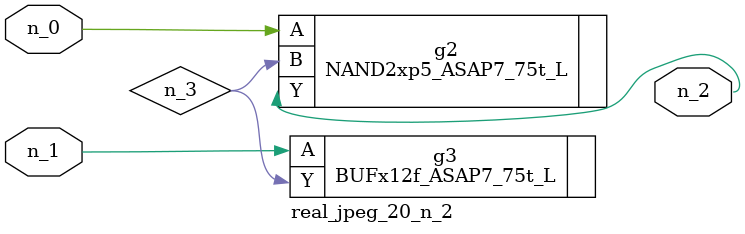
<source format=v>
module real_jpeg_20_n_2 (n_1, n_0, n_2);

input n_1;
input n_0;

output n_2;

wire n_3;

NAND2xp5_ASAP7_75t_L g2 ( 
.A(n_0),
.B(n_3),
.Y(n_2)
);

BUFx12f_ASAP7_75t_L g3 ( 
.A(n_1),
.Y(n_3)
);


endmodule
</source>
